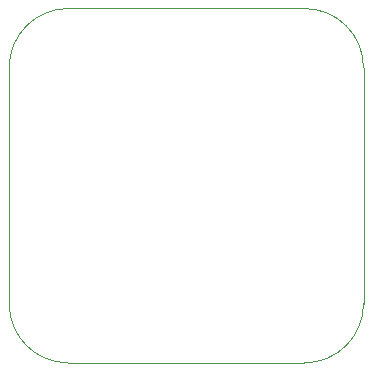
<source format=gbr>
%TF.GenerationSoftware,KiCad,Pcbnew,(5.99.0-2358-g6d8fb94d8)*%
%TF.CreationDate,2020-07-21T23:14:41+08:00*%
%TF.ProjectId,TheFC,54686546-432e-46b6-9963-61645f706362,1.0*%
%TF.SameCoordinates,Original*%
%TF.FileFunction,Profile,NP*%
%FSLAX46Y46*%
G04 Gerber Fmt 4.6, Leading zero omitted, Abs format (unit mm)*
G04 Created by KiCad (PCBNEW (5.99.0-2358-g6d8fb94d8)) date 2020-07-21 23:14:41*
%MOMM*%
%LPD*%
G01*
G04 APERTURE LIST*
%TA.AperFunction,Profile*%
%ADD10C,0.050000*%
%TD*%
G04 APERTURE END LIST*
D10*
X100000000Y-65000000D02*
G75*
G02*
X105000000Y-60000000I5000000J0D01*
G01*
X105000000Y-90000000D02*
G75*
G02*
X100000000Y-85000000I0J5000000D01*
G01*
X130000000Y-85000000D02*
G75*
G02*
X125000000Y-90000000I-5000000J0D01*
G01*
X125000000Y-60000000D02*
G75*
G02*
X130000000Y-65000000I0J-5000000D01*
G01*
X100000000Y-85000000D02*
X100000000Y-65000000D01*
X125000000Y-90000000D02*
X105000000Y-90000000D01*
X130000000Y-65000000D02*
X130000000Y-85000000D01*
X105000000Y-60000000D02*
X125000000Y-60000000D01*
M02*

</source>
